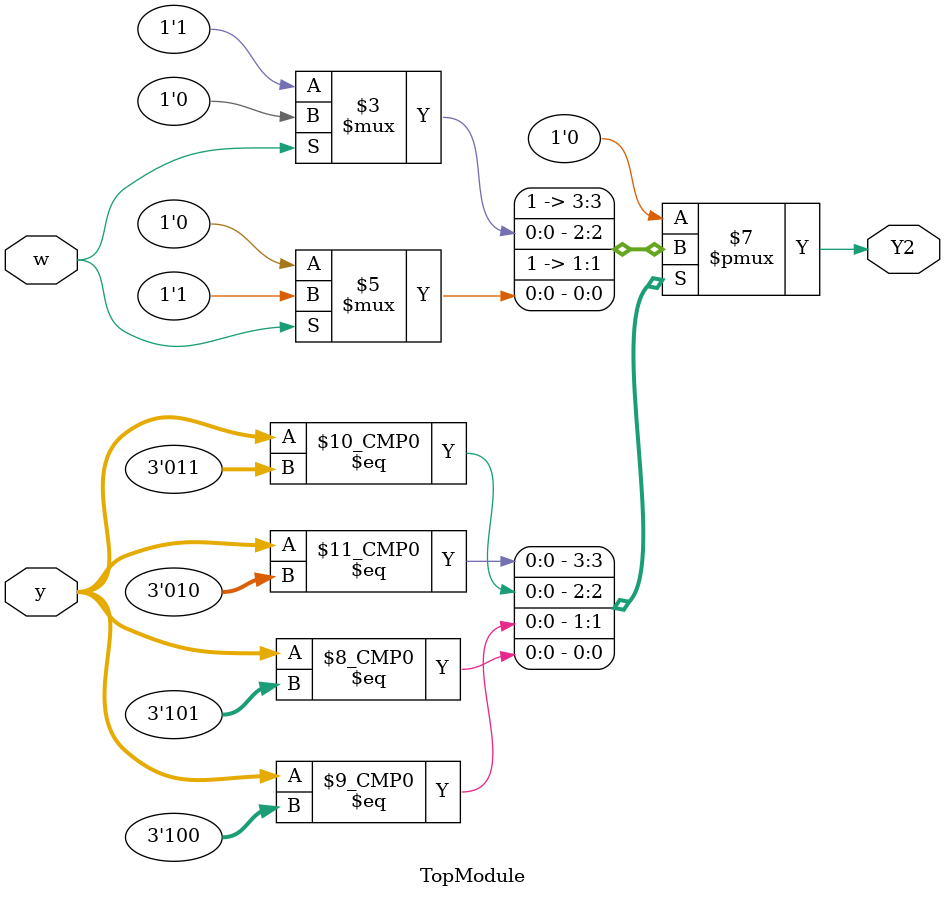
<source format=sv>

module TopModule (
  input [3:1] y,
  input w,
  output reg Y2
);
  always @(*) begin
    case (y)
      3'b000: Y2 = 1'b0; // A -> B (0) or A (0) -> next y[2] is 0 in both cases
      3'b001: Y2 = 1'b0; // B -> C (0) or D (1) -> next y[2] is 0 for C, 1 for D -> depends on w
      3'b010: Y2 = 1'b1; // C -> E (1) or D (1) -> next y[2] is 1 in both cases
      3'b011: Y2 = (w == 1'b0) ? 1'b1 : 1'b0; // D -> F (1) or A (0)
      3'b100: Y2 = 1'b1; // E -> E (1) or D (1) -> next y[2] is 1 in both cases
      3'b101: Y2 = (w == 1'b0) ? 1'b0 : 1'b1; // F -> C (0) or D (1)
      default: Y2 = 1'b0;
    endcase
  end
endmodule

</source>
